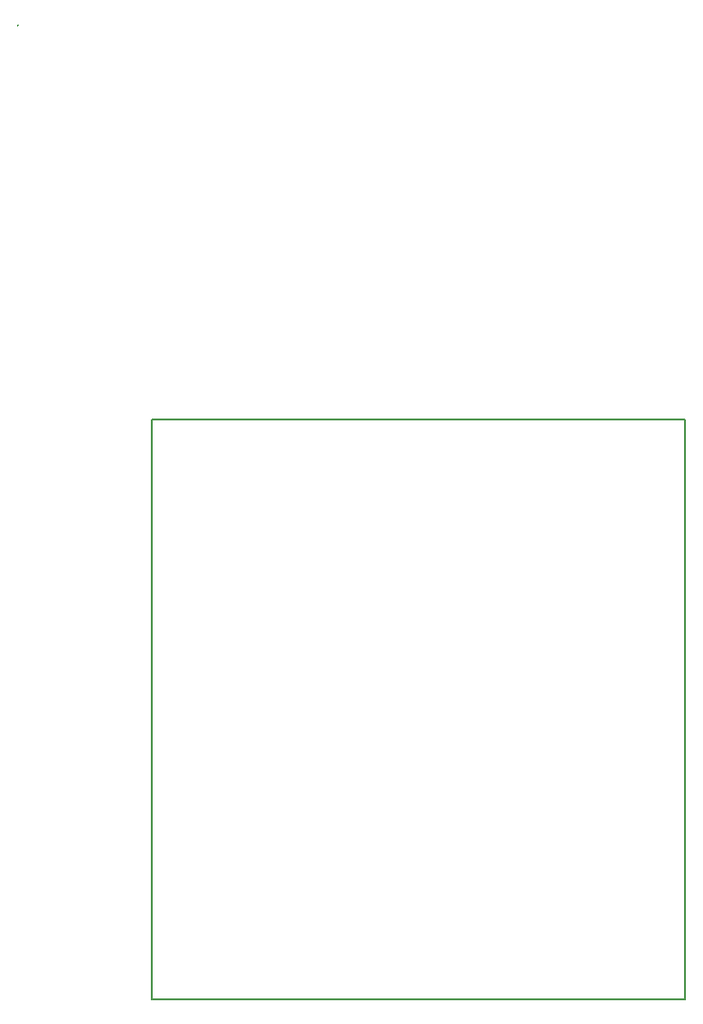
<source format=gbo>
G04 Layer_Color=32896*
%FSLAX25Y25*%
%MOIN*%
G70*
G01*
G75*
%ADD11C,0.00250*%
%ADD12C,0.00500*%
D11*
X-47071Y342250D02*
G03*
X-47071Y341750I0J-250D01*
G01*
X-46821Y342000D02*
G03*
X-47321Y342000I-250J0D01*
G01*
D12*
X0Y0D02*
X187500D01*
Y203500D01*
X0D02*
X187500D01*
X0Y0D02*
Y203500D01*
M02*

</source>
